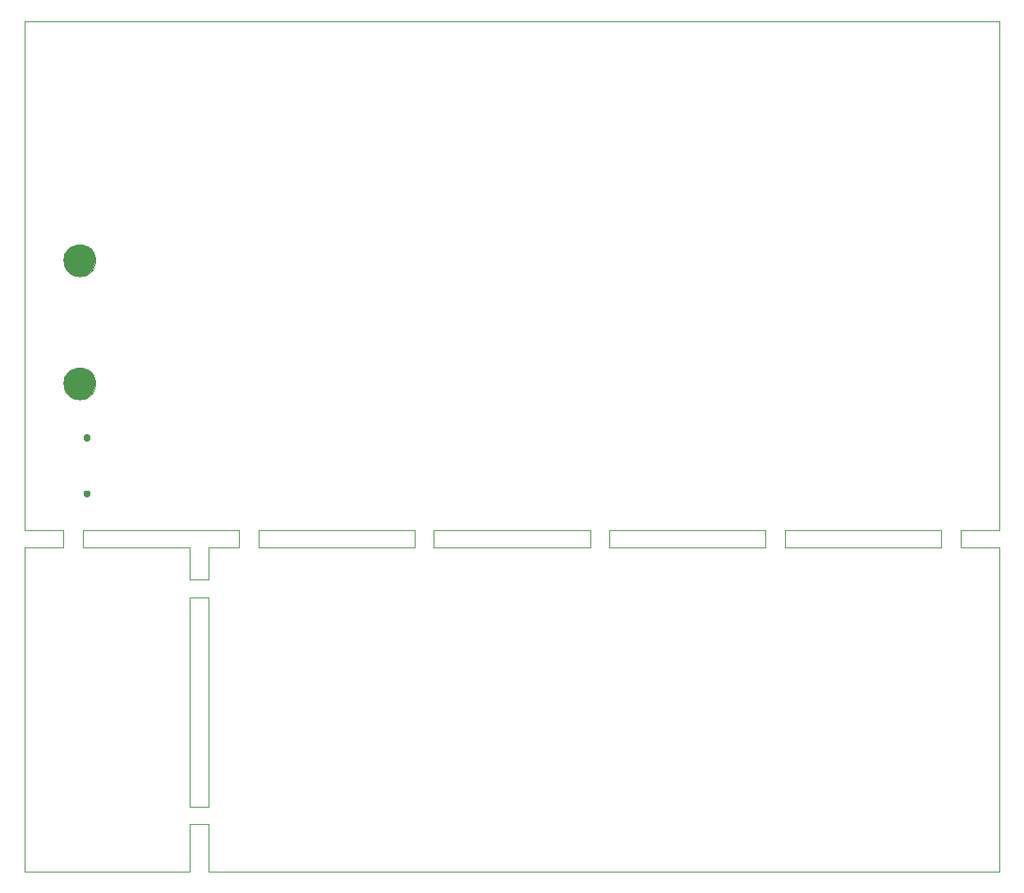
<source format=gbr>
%TF.GenerationSoftware,KiCad,Pcbnew,8.0.1*%
%TF.CreationDate,2024-06-12T15:48:30+02:00*%
%TF.ProjectId,Lichtstab,4c696368-7473-4746-9162-2e6b69636164,rev?*%
%TF.SameCoordinates,Original*%
%TF.FileFunction,Profile,NP*%
%FSLAX46Y46*%
G04 Gerber Fmt 4.6, Leading zero omitted, Abs format (unit mm)*
G04 Created by KiCad (PCBNEW 8.0.1) date 2024-06-12 15:48:30*
%MOMM*%
%LPD*%
G01*
G04 APERTURE LIST*
%TA.AperFunction,Profile*%
%ADD10C,0.038100*%
%TD*%
G04 APERTURE END LIST*
D10*
X87500000Y-108400000D02*
X87500000Y-130000000D01*
X165000000Y-103300000D02*
X165000000Y-101500000D01*
X74500000Y-101500000D02*
X90600000Y-101500000D01*
X169000000Y-101500000D02*
X169000000Y-49000000D01*
X85500000Y-136700000D02*
X85500000Y-131800000D01*
X92600000Y-103300000D02*
X92600000Y-101500000D01*
X169000000Y-136700000D02*
X169000000Y-103300000D01*
X146900000Y-103300000D02*
X146900000Y-101500000D01*
X85500000Y-136700000D02*
X68500000Y-136700000D01*
X85500000Y-106600000D02*
X85500000Y-103300000D01*
X126800000Y-101500000D02*
X126800000Y-103300000D01*
X85500000Y-108400000D02*
X85500000Y-130000000D01*
X87500000Y-106600000D02*
X85500000Y-106600000D01*
X90600000Y-101500000D02*
X90600000Y-103300000D01*
X72500000Y-101500000D02*
X72500000Y-103300000D01*
X85500000Y-108400000D02*
X87500000Y-108400000D01*
X68500000Y-49000000D02*
X68500000Y-101500000D01*
X110700000Y-101500000D02*
X126800000Y-101500000D01*
X128800000Y-103300000D02*
X128800000Y-101500000D01*
X68500000Y-103300000D02*
X68500000Y-136700000D01*
X126800000Y-103300000D02*
X110700000Y-103300000D01*
X87500000Y-106600000D02*
X87500000Y-103300000D01*
X87500000Y-103300000D02*
X90600000Y-103300000D01*
X108700000Y-103300000D02*
X92600000Y-103300000D01*
X110700000Y-103300000D02*
X110700000Y-101500000D01*
X72500000Y-101500000D02*
X68500000Y-101500000D01*
X146900000Y-101500000D02*
X163000000Y-101500000D01*
X169000000Y-103300000D02*
X165000000Y-103300000D01*
X85500000Y-130000000D02*
X87500000Y-130000000D01*
X128800000Y-101500000D02*
X144900000Y-101500000D01*
X165000000Y-101500000D02*
X169000000Y-101500000D01*
X144900000Y-101500000D02*
X144900000Y-103300000D01*
X74500000Y-103300000D02*
X74500000Y-101500000D01*
X144900000Y-103300000D02*
X128800000Y-103300000D01*
X163000000Y-103300000D02*
X163000000Y-101500000D01*
X169000000Y-49000000D02*
X68500000Y-49000000D01*
X87500000Y-131800000D02*
X87500000Y-136700000D01*
X92600000Y-101500000D02*
X108700000Y-101500000D01*
X163000000Y-103300000D02*
X146900000Y-103300000D01*
X87500000Y-136700000D02*
X169000000Y-136700000D01*
X108700000Y-101500000D02*
X108700000Y-103300000D01*
X72500000Y-103300000D02*
X68500000Y-103300000D01*
X85500000Y-103300000D02*
X74500000Y-103300000D01*
X87500000Y-131800000D02*
X85500000Y-131800000D01*
%TO.C,J1*%
X74423117Y-72020314D02*
X74674878Y-72080757D01*
X74914084Y-72179839D01*
X75134846Y-72315122D01*
X75331726Y-72483274D01*
X75499878Y-72680154D01*
X75635161Y-72900916D01*
X75734243Y-73140122D01*
X75794686Y-73391883D01*
X75815000Y-73650000D01*
X75794686Y-73908117D01*
X75734243Y-74159878D01*
X75635161Y-74399084D01*
X75499878Y-74619846D01*
X75331726Y-74816726D01*
X75134846Y-74984878D01*
X74914084Y-75120161D01*
X74674878Y-75219243D01*
X74423117Y-75279686D01*
X74165000Y-75300000D01*
X73906883Y-75279686D01*
X73655122Y-75219243D01*
X73415916Y-75120161D01*
X73195154Y-74984878D01*
X72998274Y-74816726D01*
X72830122Y-74619846D01*
X72694839Y-74399084D01*
X72595757Y-74159878D01*
X72535314Y-73908117D01*
X72515000Y-73650000D01*
X72535314Y-73391883D01*
X72595757Y-73140122D01*
X72694839Y-72900916D01*
X72830122Y-72680154D01*
X72998274Y-72483274D01*
X73195154Y-72315122D01*
X73415916Y-72179839D01*
X73655122Y-72080757D01*
X73906883Y-72020314D01*
X74165000Y-72000000D01*
X74423117Y-72020314D01*
%TA.AperFunction,Profile*%
G36*
X74423117Y-72020314D02*
G01*
X74674878Y-72080757D01*
X74914084Y-72179839D01*
X75134846Y-72315122D01*
X75331726Y-72483274D01*
X75499878Y-72680154D01*
X75635161Y-72900916D01*
X75734243Y-73140122D01*
X75794686Y-73391883D01*
X75815000Y-73650000D01*
X75794686Y-73908117D01*
X75734243Y-74159878D01*
X75635161Y-74399084D01*
X75499878Y-74619846D01*
X75331726Y-74816726D01*
X75134846Y-74984878D01*
X74914084Y-75120161D01*
X74674878Y-75219243D01*
X74423117Y-75279686D01*
X74165000Y-75300000D01*
X73906883Y-75279686D01*
X73655122Y-75219243D01*
X73415916Y-75120161D01*
X73195154Y-74984878D01*
X72998274Y-74816726D01*
X72830122Y-74619846D01*
X72694839Y-74399084D01*
X72595757Y-74159878D01*
X72535314Y-73908117D01*
X72515000Y-73650000D01*
X72535314Y-73391883D01*
X72595757Y-73140122D01*
X72694839Y-72900916D01*
X72830122Y-72680154D01*
X72998274Y-72483274D01*
X73195154Y-72315122D01*
X73415916Y-72179839D01*
X73655122Y-72080757D01*
X73906883Y-72020314D01*
X74165000Y-72000000D01*
X74423117Y-72020314D01*
G37*
%TD.AperFunction*%
X74423117Y-84720314D02*
X74674878Y-84780757D01*
X74914084Y-84879839D01*
X75134846Y-85015122D01*
X75331726Y-85183274D01*
X75499878Y-85380154D01*
X75635161Y-85600916D01*
X75734243Y-85840122D01*
X75794686Y-86091883D01*
X75815000Y-86350000D01*
X75794686Y-86608117D01*
X75734243Y-86859878D01*
X75635161Y-87099084D01*
X75499878Y-87319846D01*
X75331726Y-87516726D01*
X75134846Y-87684878D01*
X74914084Y-87820161D01*
X74674878Y-87919243D01*
X74423117Y-87979686D01*
X74165000Y-88000000D01*
X73906883Y-87979686D01*
X73655122Y-87919243D01*
X73415916Y-87820161D01*
X73195154Y-87684878D01*
X72998274Y-87516726D01*
X72830122Y-87319846D01*
X72694839Y-87099084D01*
X72595757Y-86859878D01*
X72535314Y-86608117D01*
X72515000Y-86350000D01*
X72535314Y-86091883D01*
X72595757Y-85840122D01*
X72694839Y-85600916D01*
X72830122Y-85380154D01*
X72998274Y-85183274D01*
X73195154Y-85015122D01*
X73415916Y-84879839D01*
X73655122Y-84780757D01*
X73906883Y-84720314D01*
X74165000Y-84700000D01*
X74423117Y-84720314D01*
%TA.AperFunction,Profile*%
G36*
X74423117Y-84720314D02*
G01*
X74674878Y-84780757D01*
X74914084Y-84879839D01*
X75134846Y-85015122D01*
X75331726Y-85183274D01*
X75499878Y-85380154D01*
X75635161Y-85600916D01*
X75734243Y-85840122D01*
X75794686Y-86091883D01*
X75815000Y-86350000D01*
X75794686Y-86608117D01*
X75734243Y-86859878D01*
X75635161Y-87099084D01*
X75499878Y-87319846D01*
X75331726Y-87516726D01*
X75134846Y-87684878D01*
X74914084Y-87820161D01*
X74674878Y-87919243D01*
X74423117Y-87979686D01*
X74165000Y-88000000D01*
X73906883Y-87979686D01*
X73655122Y-87919243D01*
X73415916Y-87820161D01*
X73195154Y-87684878D01*
X72998274Y-87516726D01*
X72830122Y-87319846D01*
X72694839Y-87099084D01*
X72595757Y-86859878D01*
X72535314Y-86608117D01*
X72515000Y-86350000D01*
X72535314Y-86091883D01*
X72595757Y-85840122D01*
X72694839Y-85600916D01*
X72830122Y-85380154D01*
X72998274Y-85183274D01*
X73195154Y-85015122D01*
X73415916Y-84879839D01*
X73655122Y-84780757D01*
X73906883Y-84720314D01*
X74165000Y-84700000D01*
X74423117Y-84720314D01*
G37*
%TD.AperFunction*%
%TO.C,USB1*%
X74993907Y-91624600D02*
X75091656Y-91681036D01*
X75164208Y-91767500D01*
X75202813Y-91873564D01*
X75202813Y-91986436D01*
X75164208Y-92092500D01*
X75091656Y-92178964D01*
X74993907Y-92235400D01*
X74882750Y-92255000D01*
X74771593Y-92235400D01*
X74673844Y-92178964D01*
X74601292Y-92092500D01*
X74562687Y-91986436D01*
X74562687Y-91873564D01*
X74601292Y-91767500D01*
X74673844Y-91681036D01*
X74771593Y-91624600D01*
X74882750Y-91605000D01*
X74993907Y-91624600D01*
%TA.AperFunction,Profile*%
G36*
X74993907Y-91624600D02*
G01*
X75091656Y-91681036D01*
X75164208Y-91767500D01*
X75202813Y-91873564D01*
X75202813Y-91986436D01*
X75164208Y-92092500D01*
X75091656Y-92178964D01*
X74993907Y-92235400D01*
X74882750Y-92255000D01*
X74771593Y-92235400D01*
X74673844Y-92178964D01*
X74601292Y-92092500D01*
X74562687Y-91986436D01*
X74562687Y-91873564D01*
X74601292Y-91767500D01*
X74673844Y-91681036D01*
X74771593Y-91624600D01*
X74882750Y-91605000D01*
X74993907Y-91624600D01*
G37*
%TD.AperFunction*%
X74993907Y-97404600D02*
X75091656Y-97461036D01*
X75164208Y-97547500D01*
X75202813Y-97653564D01*
X75202813Y-97766436D01*
X75164208Y-97872500D01*
X75091656Y-97958964D01*
X74993907Y-98015400D01*
X74882750Y-98035000D01*
X74771593Y-98015400D01*
X74673844Y-97958964D01*
X74601292Y-97872500D01*
X74562687Y-97766436D01*
X74562687Y-97653564D01*
X74601292Y-97547500D01*
X74673844Y-97461036D01*
X74771593Y-97404600D01*
X74882750Y-97385000D01*
X74993907Y-97404600D01*
%TA.AperFunction,Profile*%
G36*
X74993907Y-97404600D02*
G01*
X75091656Y-97461036D01*
X75164208Y-97547500D01*
X75202813Y-97653564D01*
X75202813Y-97766436D01*
X75164208Y-97872500D01*
X75091656Y-97958964D01*
X74993907Y-98015400D01*
X74882750Y-98035000D01*
X74771593Y-98015400D01*
X74673844Y-97958964D01*
X74601292Y-97872500D01*
X74562687Y-97766436D01*
X74562687Y-97653564D01*
X74601292Y-97547500D01*
X74673844Y-97461036D01*
X74771593Y-97404600D01*
X74882750Y-97385000D01*
X74993907Y-97404600D01*
G37*
%TD.AperFunction*%
%TD*%
M02*

</source>
